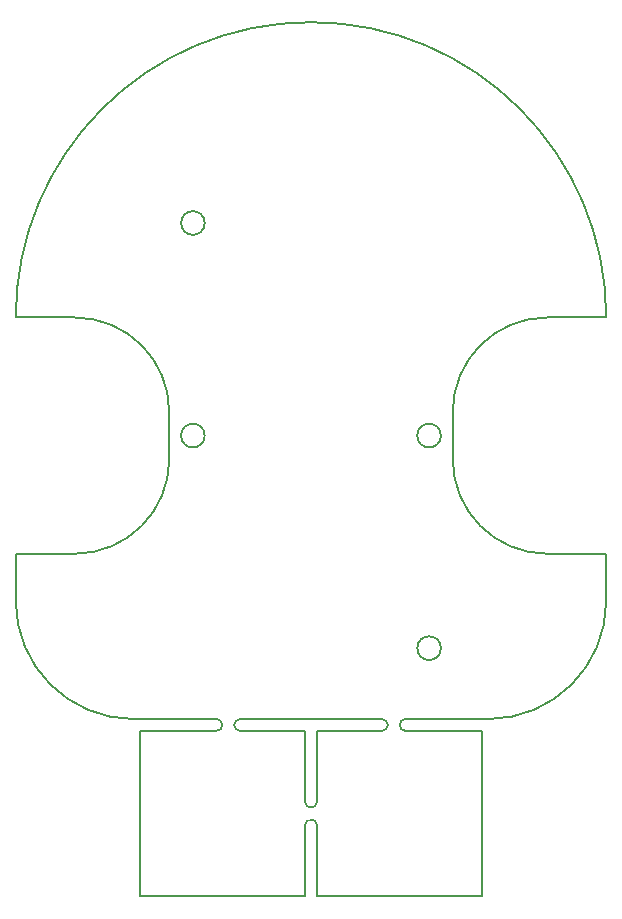
<source format=gm1>
G04 #@! TF.FileFunction,Profile,NP*
%FSLAX46Y46*%
G04 Gerber Fmt 4.6, Leading zero omitted, Abs format (unit mm)*
G04 Created by KiCad (PCBNEW 4.0.1-stable) date 2016/12/28 23:00:58*
%MOMM*%
G01*
G04 APERTURE LIST*
%ADD10C,0.100000*%
%ADD11C,0.150000*%
G04 APERTURE END LIST*
D10*
D11*
X128500000Y-173000000D02*
X142500000Y-173000000D01*
X128500000Y-159000000D02*
X128500000Y-173000000D01*
X135000000Y-159000000D02*
X128500000Y-159000000D01*
X157500000Y-159000000D02*
X151000000Y-159000000D01*
X157500000Y-173000000D02*
X157500000Y-159000000D01*
X143500000Y-173000000D02*
X157500000Y-173000000D01*
X142500000Y-159000000D02*
X137000000Y-159000000D01*
X149000000Y-159000000D02*
X143500000Y-159000000D01*
X137000000Y-158000000D02*
X149000000Y-158000000D01*
X128000000Y-158000000D02*
X135000000Y-158000000D01*
X158000000Y-158000000D02*
X151000000Y-158000000D01*
X149000000Y-159000000D02*
G75*
G03X149500000Y-158500000I0J500000D01*
G01*
X149500000Y-158500000D02*
G75*
G03X149000000Y-158000000I-500000J0D01*
G01*
X151000000Y-158000000D02*
G75*
G03X150500000Y-158500000I0J-500000D01*
G01*
X150500000Y-158500000D02*
G75*
G03X151000000Y-159000000I500000J0D01*
G01*
X136500000Y-158500000D02*
G75*
G03X137000000Y-159000000I500000J0D01*
G01*
X137000000Y-158000000D02*
G75*
G03X136500000Y-158500000I0J-500000D01*
G01*
X135000000Y-159000000D02*
G75*
G03X135500000Y-158500000I0J500000D01*
G01*
X135500000Y-158500000D02*
G75*
G03X135000000Y-158000000I-500000J0D01*
G01*
X142500000Y-165000000D02*
G75*
G03X143000000Y-165500000I500000J0D01*
G01*
X143000000Y-165500000D02*
G75*
G03X143500000Y-165000000I0J500000D01*
G01*
X143500000Y-167000000D02*
G75*
G03X143000000Y-166500000I-500000J0D01*
G01*
X143000000Y-166500000D02*
G75*
G03X142500000Y-167000000I0J-500000D01*
G01*
X143500000Y-173000000D02*
X143500000Y-167000000D01*
X142500000Y-167000000D02*
X142500000Y-173000000D01*
X142500000Y-165000000D02*
X142500000Y-159000000D01*
X143500000Y-159000000D02*
X143500000Y-165000000D01*
X118000000Y-148000000D02*
X118000000Y-144000000D01*
X118000000Y-148000000D02*
G75*
G03X128000000Y-158000000I10000000J0D01*
G01*
X168000000Y-148000000D02*
X168000000Y-144000000D01*
X158000000Y-158000000D02*
G75*
G03X168000000Y-148000000I0J10000000D01*
G01*
X168000000Y-124000000D02*
G75*
G03X143000000Y-99000000I-25000000J0D01*
G01*
X143000000Y-99000000D02*
G75*
G03X118000000Y-124000000I0J-25000000D01*
G01*
X154000000Y-152000000D02*
G75*
G03X154000000Y-152000000I-1000000J0D01*
G01*
X154000000Y-134000000D02*
G75*
G03X154000000Y-134000000I-1000000J0D01*
G01*
X134000000Y-116000000D02*
G75*
G03X134000000Y-116000000I-1000000J0D01*
G01*
X134000000Y-134000000D02*
G75*
G03X134000000Y-134000000I-1000000J0D01*
G01*
X118000000Y-144000000D02*
X123000000Y-144000000D01*
X123000000Y-124000000D02*
X118000000Y-124000000D01*
X123000000Y-144000000D02*
G75*
G03X131000000Y-136000000I0J8000000D01*
G01*
X131000000Y-132000000D02*
G75*
G03X123000000Y-124000000I-8000000J0D01*
G01*
X163000000Y-144000000D02*
X168000000Y-144000000D01*
X163000000Y-124000000D02*
X168000000Y-124000000D01*
X155000000Y-136000000D02*
X155000000Y-132000000D01*
X131000000Y-136000000D02*
X131000000Y-132000000D01*
X155000000Y-136000000D02*
G75*
G03X163000000Y-144000000I8000000J0D01*
G01*
X163000000Y-124000000D02*
G75*
G03X155000000Y-132000000I0J-8000000D01*
G01*
M02*

</source>
